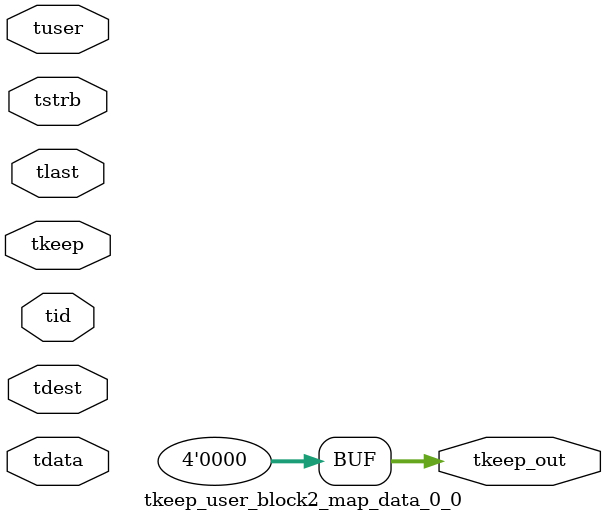
<source format=v>


`timescale 1ps/1ps

module tkeep_user_block2_map_data_0_0 #
(
parameter C_S_AXIS_TDATA_WIDTH = 32,
parameter C_S_AXIS_TUSER_WIDTH = 0,
parameter C_S_AXIS_TID_WIDTH   = 0,
parameter C_S_AXIS_TDEST_WIDTH = 0,
parameter C_M_AXIS_TDATA_WIDTH = 32
)
(
input  [(C_S_AXIS_TDATA_WIDTH == 0 ? 1 : C_S_AXIS_TDATA_WIDTH)-1:0     ] tdata,
input  [(C_S_AXIS_TUSER_WIDTH == 0 ? 1 : C_S_AXIS_TUSER_WIDTH)-1:0     ] tuser,
input  [(C_S_AXIS_TID_WIDTH   == 0 ? 1 : C_S_AXIS_TID_WIDTH)-1:0       ] tid,
input  [(C_S_AXIS_TDEST_WIDTH == 0 ? 1 : C_S_AXIS_TDEST_WIDTH)-1:0     ] tdest,
input  [(C_S_AXIS_TDATA_WIDTH/8)-1:0 ] tkeep,
input  [(C_S_AXIS_TDATA_WIDTH/8)-1:0 ] tstrb,
input                                                                    tlast,
output [(C_M_AXIS_TDATA_WIDTH/8)-1:0 ] tkeep_out
);

assign tkeep_out = {1'b0};

endmodule


</source>
